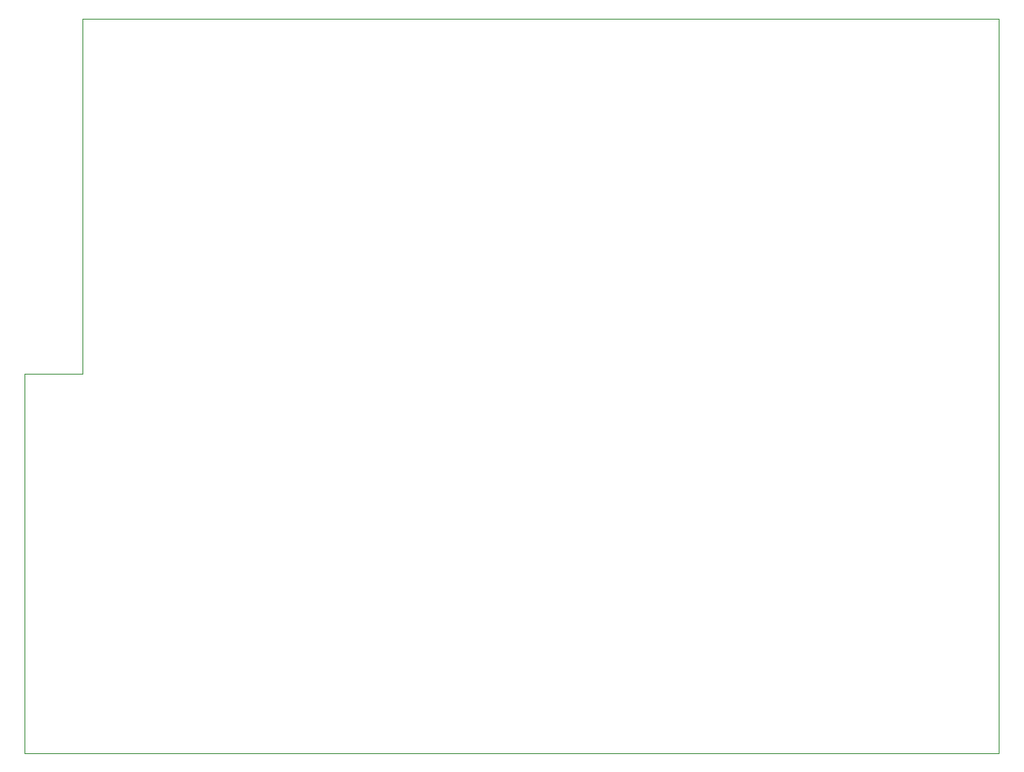
<source format=gm1>
G04 #@! TF.GenerationSoftware,KiCad,Pcbnew,7.0.2*
G04 #@! TF.CreationDate,2023-10-18T14:33:44-04:00*
G04 #@! TF.ProjectId,boardlock,626f6172-646c-46f6-936b-2e6b69636164,rev?*
G04 #@! TF.SameCoordinates,Original*
G04 #@! TF.FileFunction,Profile,NP*
%FSLAX46Y46*%
G04 Gerber Fmt 4.6, Leading zero omitted, Abs format (unit mm)*
G04 Created by KiCad (PCBNEW 7.0.2) date 2023-10-18 14:33:44*
%MOMM*%
%LPD*%
G01*
G04 APERTURE LIST*
G04 #@! TA.AperFunction,Profile*
%ADD10C,0.100000*%
G04 #@! TD*
G04 APERTURE END LIST*
D10*
X208161800Y-140683800D02*
X208161800Y-64483800D01*
X113161800Y-64483800D02*
X113161800Y-101283800D01*
X107161800Y-140683800D02*
X208161800Y-140683800D01*
X208161800Y-64483800D02*
X113161800Y-64483800D01*
X113161800Y-101283800D02*
X107161800Y-101283800D01*
X107161800Y-101283800D02*
X107161800Y-140683800D01*
M02*

</source>
